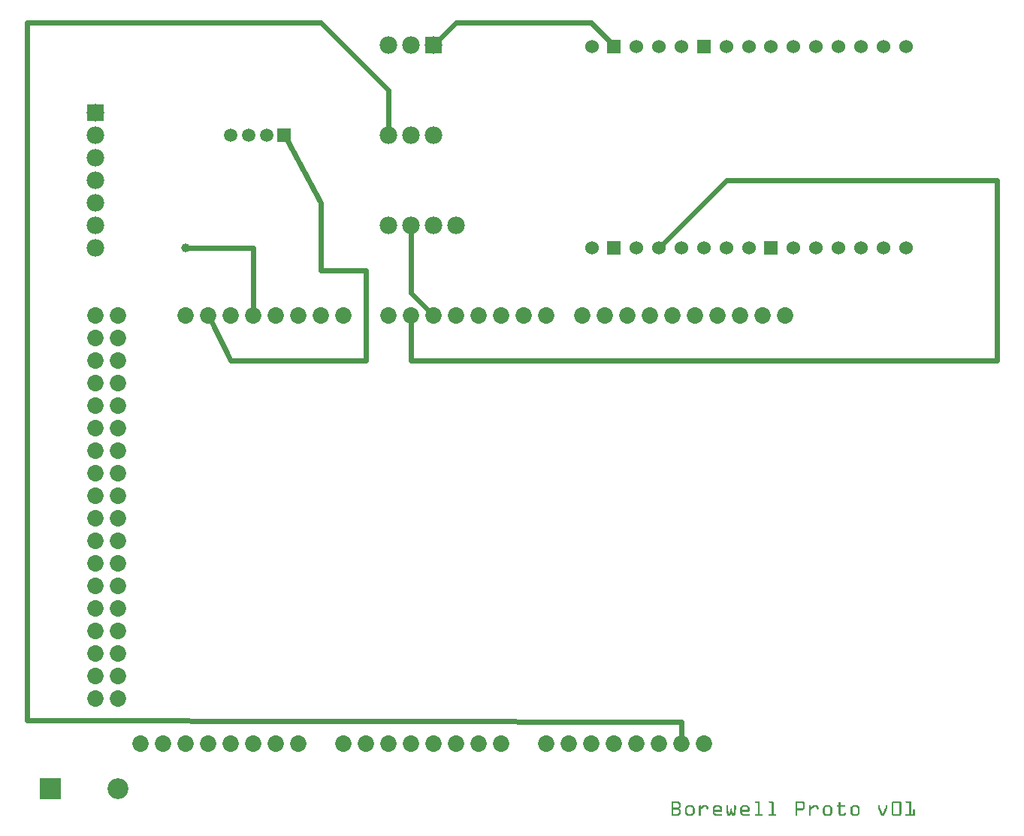
<source format=gtl>
G04 MADE WITH FRITZING*
G04 WWW.FRITZING.ORG*
G04 DOUBLE SIDED*
G04 HOLES PLATED*
G04 CONTOUR ON CENTER OF CONTOUR VECTOR*
%ASAXBY*%
%FSLAX23Y23*%
%MOIN*%
%OFA0B0*%
%SFA1.0B1.0*%
%ADD10C,0.059200*%
%ADD11C,0.060000*%
%ADD12C,0.078000*%
%ADD13C,0.072917*%
%ADD14C,0.092000*%
%ADD15C,0.039370*%
%ADD16R,0.059200X0.059200*%
%ADD17R,0.060028X0.060014*%
%ADD18R,0.060028X0.060000*%
%ADD19R,0.078000X0.078000*%
%ADD20R,0.092000X0.092000*%
%ADD21C,0.024000*%
%ADD22R,0.001000X0.001000*%
%LNCOPPER1*%
G90*
G70*
G54D10*
X1510Y3056D03*
X1274Y3056D03*
X1353Y3056D03*
X1432Y3056D03*
G54D11*
X2875Y3449D03*
X2974Y3449D03*
X3074Y3449D03*
X3174Y3449D03*
X3273Y3449D03*
X3373Y3449D03*
X3472Y3449D03*
X3572Y3449D03*
X3671Y3449D03*
X3771Y3449D03*
X3871Y3449D03*
X3970Y3449D03*
X4070Y3449D03*
X4169Y3449D03*
X4269Y3449D03*
X4269Y2556D03*
X4169Y2556D03*
X4070Y2556D03*
X3970Y2556D03*
X3871Y2556D03*
X3771Y2556D03*
X3671Y2556D03*
X3572Y2556D03*
X3472Y2556D03*
X3373Y2556D03*
X3273Y2556D03*
X3174Y2556D03*
X3074Y2556D03*
X2974Y2556D03*
X2875Y2556D03*
G54D12*
X2174Y3056D03*
X2074Y3056D03*
X1974Y3056D03*
G54D13*
X1474Y356D03*
X3074Y356D03*
X1374Y356D03*
X1274Y356D03*
X1174Y356D03*
X1074Y356D03*
X774Y1756D03*
X974Y356D03*
X874Y356D03*
X3034Y2256D03*
X2474Y356D03*
X2374Y356D03*
X2274Y356D03*
X2174Y356D03*
X774Y956D03*
X2074Y356D03*
X1974Y356D03*
X1874Y356D03*
X1774Y356D03*
X2274Y2256D03*
X774Y2156D03*
X774Y1356D03*
X774Y556D03*
X3434Y2256D03*
X2674Y356D03*
X2674Y2256D03*
X774Y1956D03*
X774Y1556D03*
X774Y1156D03*
X1074Y2256D03*
X774Y756D03*
X1174Y2256D03*
X1274Y2256D03*
X1374Y2256D03*
X1474Y2256D03*
X1574Y2256D03*
X1674Y2256D03*
X1774Y2256D03*
X3634Y2256D03*
X3234Y2256D03*
X2834Y2256D03*
X3274Y356D03*
X2874Y356D03*
X2074Y2256D03*
X2474Y2256D03*
X774Y2256D03*
X774Y2056D03*
X774Y1856D03*
X774Y1656D03*
X774Y1456D03*
X774Y1256D03*
X774Y1056D03*
X774Y856D03*
X774Y656D03*
X3734Y2256D03*
X3534Y2256D03*
X3334Y2256D03*
X3134Y2256D03*
X2934Y2256D03*
X3374Y356D03*
X3174Y356D03*
X2974Y356D03*
X2774Y356D03*
X1974Y2256D03*
X2174Y2256D03*
X2374Y2256D03*
X2574Y2256D03*
X674Y2256D03*
X674Y2156D03*
X674Y2056D03*
X674Y1956D03*
X674Y1856D03*
X674Y1756D03*
X674Y1656D03*
X674Y1556D03*
X674Y1456D03*
X674Y1356D03*
X674Y1256D03*
X674Y1156D03*
X674Y1056D03*
X674Y956D03*
X674Y856D03*
X674Y756D03*
X674Y656D03*
X674Y556D03*
X1574Y356D03*
X1474Y356D03*
X3074Y356D03*
X1374Y356D03*
X1274Y356D03*
X1174Y356D03*
X1074Y356D03*
X774Y1756D03*
X974Y356D03*
X874Y356D03*
X3034Y2256D03*
X2474Y356D03*
X2374Y356D03*
X2274Y356D03*
X2174Y356D03*
X774Y956D03*
X2074Y356D03*
X1974Y356D03*
X1874Y356D03*
X1774Y356D03*
X2274Y2256D03*
X774Y2156D03*
X774Y1356D03*
X774Y556D03*
X3434Y2256D03*
X2674Y356D03*
X2674Y2256D03*
X774Y1956D03*
X774Y1556D03*
X774Y1156D03*
X1074Y2256D03*
X774Y756D03*
X1174Y2256D03*
X1274Y2256D03*
X1374Y2256D03*
X1474Y2256D03*
X1574Y2256D03*
X1674Y2256D03*
X1774Y2256D03*
X3634Y2256D03*
X3234Y2256D03*
X2834Y2256D03*
X3274Y356D03*
X2874Y356D03*
X2074Y2256D03*
X2474Y2256D03*
X774Y2256D03*
X774Y2056D03*
X774Y1856D03*
X774Y1656D03*
X774Y1456D03*
X774Y1256D03*
X774Y1056D03*
X774Y856D03*
X774Y656D03*
X3734Y2256D03*
X3534Y2256D03*
X3334Y2256D03*
X3134Y2256D03*
X2934Y2256D03*
X3374Y356D03*
X3174Y356D03*
X2974Y356D03*
X2774Y356D03*
X1974Y2256D03*
X2174Y2256D03*
X2374Y2256D03*
X2574Y2256D03*
X674Y2256D03*
X674Y2156D03*
X674Y2056D03*
X674Y1956D03*
X674Y1856D03*
X674Y1756D03*
X674Y1656D03*
X674Y1556D03*
X674Y1456D03*
X674Y1356D03*
X674Y1256D03*
X674Y1156D03*
X674Y1056D03*
X674Y956D03*
X674Y856D03*
X674Y756D03*
X674Y656D03*
X674Y556D03*
X1574Y356D03*
G54D12*
X2274Y2656D03*
X2174Y2656D03*
X2074Y2656D03*
X1974Y2656D03*
X674Y3156D03*
X674Y3056D03*
X674Y2956D03*
X674Y2856D03*
X674Y2756D03*
X674Y2656D03*
X674Y2556D03*
X674Y3156D03*
X674Y3056D03*
X674Y2956D03*
X674Y2856D03*
X674Y2756D03*
X674Y2656D03*
X674Y2556D03*
G54D14*
X474Y156D03*
X774Y156D03*
X474Y156D03*
X774Y156D03*
G54D12*
X2174Y3456D03*
X2074Y3456D03*
X1974Y3456D03*
X2174Y3456D03*
X2074Y3456D03*
X1974Y3456D03*
G54D15*
X1074Y2556D03*
G54D16*
X1510Y3056D03*
G54D17*
X2974Y3449D03*
X3373Y3449D03*
G54D18*
X3671Y2556D03*
X2974Y2556D03*
G54D19*
X674Y3156D03*
X674Y3156D03*
G54D20*
X474Y156D03*
X474Y156D03*
G54D19*
X2174Y3456D03*
X2174Y3456D03*
G54D21*
X1082Y2556D02*
X1374Y2556D01*
D02*
X1374Y2556D02*
X1374Y2275D01*
D02*
X1874Y2456D02*
X1674Y2456D01*
D02*
X1674Y2456D02*
X1674Y2756D01*
D02*
X1874Y2056D02*
X1874Y2456D01*
D02*
X1674Y2756D02*
X1522Y3035D01*
D02*
X1274Y2056D02*
X1874Y2056D01*
D02*
X1183Y2238D02*
X1274Y2056D01*
D02*
X2274Y3556D02*
X2874Y3556D01*
D02*
X2874Y3556D02*
X2965Y3460D01*
D02*
X2188Y3469D02*
X2274Y3556D01*
D02*
X2074Y2356D02*
X2161Y2269D01*
D02*
X2074Y2637D02*
X2074Y2356D01*
D02*
X2074Y2056D02*
X4674Y2056D01*
D02*
X4674Y2056D02*
X4674Y2856D01*
D02*
X2074Y2236D02*
X2074Y2056D01*
D02*
X4674Y2856D02*
X3474Y2856D01*
D02*
X3474Y2856D02*
X3184Y2565D01*
D02*
X370Y459D02*
X3274Y452D01*
D02*
X3274Y452D02*
X3274Y375D01*
D02*
X370Y3556D02*
X370Y459D01*
D02*
X1674Y3556D02*
X370Y3556D01*
D02*
X1974Y3256D02*
X1674Y3556D01*
D02*
X1974Y3075D02*
X1974Y3256D01*
G54D22*
X3229Y100D02*
X3258Y100D01*
X3601Y100D02*
X3618Y100D01*
X3663Y100D02*
X3679Y100D01*
X3779Y100D02*
X3812Y100D01*
X4212Y100D02*
X4243Y100D01*
X4270Y100D02*
X4292Y100D01*
X3229Y99D02*
X3260Y99D01*
X3600Y99D02*
X3619Y99D01*
X3662Y99D02*
X3680Y99D01*
X3779Y99D02*
X3814Y99D01*
X4210Y99D02*
X4244Y99D01*
X4269Y99D02*
X4292Y99D01*
X3229Y98D02*
X3262Y98D01*
X3600Y98D02*
X3619Y98D01*
X3661Y98D02*
X3680Y98D01*
X3779Y98D02*
X3815Y98D01*
X4209Y98D02*
X4246Y98D01*
X4268Y98D02*
X4292Y98D01*
X3229Y97D02*
X3263Y97D01*
X3600Y97D02*
X3620Y97D01*
X3661Y97D02*
X3681Y97D01*
X3779Y97D02*
X3816Y97D01*
X3973Y97D02*
X3975Y97D01*
X4208Y97D02*
X4246Y97D01*
X4268Y97D02*
X4292Y97D01*
X3229Y96D02*
X3264Y96D01*
X3600Y96D02*
X3620Y96D01*
X3661Y96D02*
X3681Y96D01*
X3779Y96D02*
X3817Y96D01*
X3972Y96D02*
X3977Y96D01*
X4208Y96D02*
X4247Y96D01*
X4268Y96D02*
X4292Y96D01*
X3229Y95D02*
X3265Y95D01*
X3600Y95D02*
X3620Y95D01*
X3661Y95D02*
X3681Y95D01*
X3779Y95D02*
X3818Y95D01*
X3971Y95D02*
X3978Y95D01*
X4207Y95D02*
X4247Y95D01*
X4268Y95D02*
X4292Y95D01*
X3229Y94D02*
X3266Y94D01*
X3601Y94D02*
X3620Y94D01*
X3662Y94D02*
X3681Y94D01*
X3779Y94D02*
X3818Y94D01*
X3971Y94D02*
X3978Y94D01*
X4207Y94D02*
X4248Y94D01*
X4269Y94D02*
X4292Y94D01*
X3229Y93D02*
X3267Y93D01*
X3602Y93D02*
X3620Y93D01*
X3663Y93D02*
X3681Y93D01*
X3779Y93D02*
X3819Y93D01*
X3971Y93D02*
X3978Y93D01*
X4207Y93D02*
X4248Y93D01*
X4270Y93D02*
X4292Y93D01*
X3229Y92D02*
X3236Y92D01*
X3256Y92D02*
X3267Y92D01*
X3612Y92D02*
X3620Y92D01*
X3673Y92D02*
X3681Y92D01*
X3779Y92D02*
X3786Y92D01*
X3809Y92D02*
X3819Y92D01*
X3971Y92D02*
X3978Y92D01*
X4207Y92D02*
X4214Y92D01*
X4240Y92D02*
X4248Y92D01*
X4284Y92D02*
X4292Y92D01*
X3229Y91D02*
X3236Y91D01*
X3258Y91D02*
X3268Y91D01*
X3612Y91D02*
X3620Y91D01*
X3673Y91D02*
X3681Y91D01*
X3779Y91D02*
X3786Y91D01*
X3811Y91D02*
X3820Y91D01*
X3971Y91D02*
X3978Y91D01*
X4207Y91D02*
X4214Y91D01*
X4240Y91D02*
X4248Y91D01*
X4285Y91D02*
X4292Y91D01*
X3229Y90D02*
X3236Y90D01*
X3259Y90D02*
X3268Y90D01*
X3612Y90D02*
X3620Y90D01*
X3673Y90D02*
X3681Y90D01*
X3779Y90D02*
X3786Y90D01*
X3812Y90D02*
X3820Y90D01*
X3971Y90D02*
X3978Y90D01*
X4207Y90D02*
X4214Y90D01*
X4240Y90D02*
X4248Y90D01*
X4285Y90D02*
X4292Y90D01*
X3229Y89D02*
X3236Y89D01*
X3260Y89D02*
X3269Y89D01*
X3612Y89D02*
X3620Y89D01*
X3673Y89D02*
X3681Y89D01*
X3779Y89D02*
X3786Y89D01*
X3812Y89D02*
X3820Y89D01*
X3971Y89D02*
X3978Y89D01*
X4207Y89D02*
X4214Y89D01*
X4240Y89D02*
X4248Y89D01*
X4285Y89D02*
X4292Y89D01*
X3229Y88D02*
X3236Y88D01*
X3261Y88D02*
X3269Y88D01*
X3612Y88D02*
X3620Y88D01*
X3673Y88D02*
X3681Y88D01*
X3779Y88D02*
X3786Y88D01*
X3812Y88D02*
X3820Y88D01*
X3971Y88D02*
X3978Y88D01*
X4207Y88D02*
X4214Y88D01*
X4240Y88D02*
X4248Y88D01*
X4285Y88D02*
X4292Y88D01*
X3229Y87D02*
X3236Y87D01*
X3261Y87D02*
X3269Y87D01*
X3612Y87D02*
X3620Y87D01*
X3673Y87D02*
X3681Y87D01*
X3779Y87D02*
X3786Y87D01*
X3812Y87D02*
X3820Y87D01*
X3971Y87D02*
X3978Y87D01*
X4207Y87D02*
X4214Y87D01*
X4240Y87D02*
X4248Y87D01*
X4285Y87D02*
X4292Y87D01*
X3229Y86D02*
X3236Y86D01*
X3262Y86D02*
X3269Y86D01*
X3612Y86D02*
X3620Y86D01*
X3673Y86D02*
X3681Y86D01*
X3779Y86D02*
X3786Y86D01*
X3812Y86D02*
X3820Y86D01*
X3971Y86D02*
X3978Y86D01*
X4207Y86D02*
X4214Y86D01*
X4240Y86D02*
X4248Y86D01*
X4285Y86D02*
X4292Y86D01*
X3229Y85D02*
X3236Y85D01*
X3262Y85D02*
X3270Y85D01*
X3612Y85D02*
X3620Y85D01*
X3673Y85D02*
X3681Y85D01*
X3779Y85D02*
X3786Y85D01*
X3812Y85D02*
X3820Y85D01*
X3971Y85D02*
X3978Y85D01*
X4207Y85D02*
X4214Y85D01*
X4240Y85D02*
X4248Y85D01*
X4285Y85D02*
X4292Y85D01*
X3229Y84D02*
X3236Y84D01*
X3262Y84D02*
X3270Y84D01*
X3612Y84D02*
X3620Y84D01*
X3673Y84D02*
X3681Y84D01*
X3779Y84D02*
X3786Y84D01*
X3812Y84D02*
X3820Y84D01*
X3971Y84D02*
X3978Y84D01*
X4207Y84D02*
X4214Y84D01*
X4240Y84D02*
X4248Y84D01*
X4285Y84D02*
X4292Y84D01*
X3229Y83D02*
X3236Y83D01*
X3262Y83D02*
X3270Y83D01*
X3612Y83D02*
X3620Y83D01*
X3673Y83D02*
X3681Y83D01*
X3779Y83D02*
X3786Y83D01*
X3812Y83D02*
X3820Y83D01*
X3970Y83D02*
X3978Y83D01*
X4207Y83D02*
X4214Y83D01*
X4240Y83D02*
X4248Y83D01*
X4285Y83D02*
X4292Y83D01*
X3229Y82D02*
X3236Y82D01*
X3262Y82D02*
X3270Y82D01*
X3301Y82D02*
X3320Y82D01*
X3353Y82D02*
X3357Y82D01*
X3369Y82D02*
X3384Y82D01*
X3423Y82D02*
X3442Y82D01*
X3474Y82D02*
X3478Y82D01*
X3509Y82D02*
X3513Y82D01*
X3545Y82D02*
X3564Y82D01*
X3612Y82D02*
X3620Y82D01*
X3673Y82D02*
X3681Y82D01*
X3779Y82D02*
X3786Y82D01*
X3812Y82D02*
X3820Y82D01*
X3842Y82D02*
X3846Y82D01*
X3858Y82D02*
X3873Y82D01*
X3912Y82D02*
X3931Y82D01*
X3964Y82D02*
X3997Y82D01*
X4034Y82D02*
X4053Y82D01*
X4147Y82D02*
X4151Y82D01*
X4181Y82D02*
X4185Y82D01*
X4207Y82D02*
X4214Y82D01*
X4240Y82D02*
X4248Y82D01*
X4285Y82D02*
X4292Y82D01*
X3229Y81D02*
X3236Y81D01*
X3262Y81D02*
X3270Y81D01*
X3299Y81D02*
X3322Y81D01*
X3352Y81D02*
X3358Y81D01*
X3368Y81D02*
X3386Y81D01*
X3421Y81D02*
X3444Y81D01*
X3473Y81D02*
X3479Y81D01*
X3508Y81D02*
X3514Y81D01*
X3543Y81D02*
X3566Y81D01*
X3612Y81D02*
X3620Y81D01*
X3673Y81D02*
X3681Y81D01*
X3779Y81D02*
X3786Y81D01*
X3812Y81D02*
X3820Y81D01*
X3841Y81D02*
X3847Y81D01*
X3857Y81D02*
X3875Y81D01*
X3910Y81D02*
X3933Y81D01*
X3963Y81D02*
X3998Y81D01*
X4032Y81D02*
X4055Y81D01*
X4146Y81D02*
X4152Y81D01*
X4180Y81D02*
X4186Y81D01*
X4207Y81D02*
X4214Y81D01*
X4240Y81D02*
X4248Y81D01*
X4285Y81D02*
X4292Y81D01*
X3229Y80D02*
X3236Y80D01*
X3262Y80D02*
X3270Y80D01*
X3297Y80D02*
X3323Y80D01*
X3351Y80D02*
X3358Y80D01*
X3367Y80D02*
X3387Y80D01*
X3420Y80D02*
X3445Y80D01*
X3472Y80D02*
X3479Y80D01*
X3508Y80D02*
X3515Y80D01*
X3542Y80D02*
X3568Y80D01*
X3612Y80D02*
X3620Y80D01*
X3673Y80D02*
X3681Y80D01*
X3779Y80D02*
X3786Y80D01*
X3812Y80D02*
X3820Y80D01*
X3840Y80D02*
X3847Y80D01*
X3856Y80D02*
X3876Y80D01*
X3909Y80D02*
X3934Y80D01*
X3962Y80D02*
X3999Y80D01*
X4031Y80D02*
X4057Y80D01*
X4146Y80D02*
X4153Y80D01*
X4179Y80D02*
X4186Y80D01*
X4207Y80D02*
X4214Y80D01*
X4240Y80D02*
X4248Y80D01*
X4285Y80D02*
X4292Y80D01*
X3229Y79D02*
X3236Y79D01*
X3262Y79D02*
X3270Y79D01*
X3296Y79D02*
X3324Y79D01*
X3351Y79D02*
X3358Y79D01*
X3366Y79D02*
X3388Y79D01*
X3418Y79D02*
X3447Y79D01*
X3472Y79D02*
X3480Y79D01*
X3508Y79D02*
X3515Y79D01*
X3541Y79D02*
X3569Y79D01*
X3612Y79D02*
X3620Y79D01*
X3673Y79D02*
X3681Y79D01*
X3779Y79D02*
X3786Y79D01*
X3812Y79D02*
X3820Y79D01*
X3840Y79D02*
X3847Y79D01*
X3855Y79D02*
X3877Y79D01*
X3908Y79D02*
X3936Y79D01*
X3962Y79D02*
X3999Y79D01*
X4030Y79D02*
X4058Y79D01*
X4146Y79D02*
X4153Y79D01*
X4179Y79D02*
X4187Y79D01*
X4207Y79D02*
X4214Y79D01*
X4240Y79D02*
X4248Y79D01*
X4285Y79D02*
X4292Y79D01*
X3229Y78D02*
X3236Y78D01*
X3262Y78D02*
X3269Y78D01*
X3295Y78D02*
X3325Y78D01*
X3351Y78D02*
X3358Y78D01*
X3364Y78D02*
X3389Y78D01*
X3417Y78D02*
X3448Y78D01*
X3472Y78D02*
X3480Y78D01*
X3507Y78D02*
X3515Y78D01*
X3540Y78D02*
X3570Y78D01*
X3612Y78D02*
X3620Y78D01*
X3673Y78D02*
X3681Y78D01*
X3779Y78D02*
X3786Y78D01*
X3812Y78D02*
X3820Y78D01*
X3840Y78D02*
X3847Y78D01*
X3854Y78D02*
X3878Y78D01*
X3906Y78D02*
X3937Y78D01*
X3962Y78D02*
X3999Y78D01*
X4029Y78D02*
X4059Y78D01*
X4146Y78D02*
X4153Y78D01*
X4179Y78D02*
X4187Y78D01*
X4207Y78D02*
X4214Y78D01*
X4240Y78D02*
X4248Y78D01*
X4285Y78D02*
X4292Y78D01*
X3229Y77D02*
X3236Y77D01*
X3261Y77D02*
X3269Y77D01*
X3294Y77D02*
X3327Y77D01*
X3351Y77D02*
X3358Y77D01*
X3363Y77D02*
X3390Y77D01*
X3416Y77D02*
X3449Y77D01*
X3472Y77D02*
X3480Y77D01*
X3507Y77D02*
X3515Y77D01*
X3538Y77D02*
X3571Y77D01*
X3612Y77D02*
X3620Y77D01*
X3673Y77D02*
X3681Y77D01*
X3779Y77D02*
X3786Y77D01*
X3812Y77D02*
X3820Y77D01*
X3840Y77D02*
X3847Y77D01*
X3852Y77D02*
X3879Y77D01*
X3905Y77D02*
X3938Y77D01*
X3963Y77D02*
X3999Y77D01*
X4027Y77D02*
X4060Y77D01*
X4146Y77D02*
X4153Y77D01*
X4179Y77D02*
X4187Y77D01*
X4207Y77D02*
X4214Y77D01*
X4240Y77D02*
X4248Y77D01*
X4285Y77D02*
X4292Y77D01*
X3229Y76D02*
X3236Y76D01*
X3261Y76D02*
X3269Y76D01*
X3293Y76D02*
X3328Y76D01*
X3351Y76D02*
X3358Y76D01*
X3362Y76D02*
X3390Y76D01*
X3415Y76D02*
X3450Y76D01*
X3472Y76D02*
X3480Y76D01*
X3507Y76D02*
X3515Y76D01*
X3537Y76D02*
X3572Y76D01*
X3612Y76D02*
X3620Y76D01*
X3673Y76D02*
X3681Y76D01*
X3779Y76D02*
X3786Y76D01*
X3812Y76D02*
X3820Y76D01*
X3840Y76D02*
X3847Y76D01*
X3851Y76D02*
X3880Y76D01*
X3904Y76D02*
X3939Y76D01*
X3963Y76D02*
X3998Y76D01*
X4027Y76D02*
X4061Y76D01*
X4146Y76D02*
X4153Y76D01*
X4179Y76D02*
X4187Y76D01*
X4207Y76D02*
X4214Y76D01*
X4240Y76D02*
X4248Y76D01*
X4285Y76D02*
X4292Y76D01*
X3229Y75D02*
X3236Y75D01*
X3260Y75D02*
X3269Y75D01*
X3292Y75D02*
X3328Y75D01*
X3351Y75D02*
X3358Y75D01*
X3361Y75D02*
X3391Y75D01*
X3414Y75D02*
X3451Y75D01*
X3472Y75D02*
X3480Y75D01*
X3507Y75D02*
X3515Y75D01*
X3537Y75D02*
X3573Y75D01*
X3612Y75D02*
X3620Y75D01*
X3673Y75D02*
X3681Y75D01*
X3779Y75D02*
X3786Y75D01*
X3812Y75D02*
X3820Y75D01*
X3840Y75D02*
X3847Y75D01*
X3850Y75D02*
X3880Y75D01*
X3904Y75D02*
X3940Y75D01*
X3964Y75D02*
X3997Y75D01*
X4026Y75D02*
X4062Y75D01*
X4146Y75D02*
X4153Y75D01*
X4179Y75D02*
X4187Y75D01*
X4207Y75D02*
X4214Y75D01*
X4240Y75D02*
X4248Y75D01*
X4285Y75D02*
X4292Y75D01*
X3229Y74D02*
X3236Y74D01*
X3259Y74D02*
X3268Y74D01*
X3292Y74D02*
X3303Y74D01*
X3318Y74D02*
X3329Y74D01*
X3351Y74D02*
X3372Y74D01*
X3382Y74D02*
X3391Y74D01*
X3414Y74D02*
X3425Y74D01*
X3440Y74D02*
X3451Y74D01*
X3472Y74D02*
X3480Y74D01*
X3507Y74D02*
X3515Y74D01*
X3536Y74D02*
X3547Y74D01*
X3562Y74D02*
X3574Y74D01*
X3612Y74D02*
X3620Y74D01*
X3673Y74D02*
X3681Y74D01*
X3779Y74D02*
X3786Y74D01*
X3812Y74D02*
X3820Y74D01*
X3840Y74D02*
X3861Y74D01*
X3871Y74D02*
X3880Y74D01*
X3903Y74D02*
X3914Y74D01*
X3929Y74D02*
X3940Y74D01*
X3970Y74D02*
X3978Y74D01*
X4025Y74D02*
X4036Y74D01*
X4051Y74D02*
X4063Y74D01*
X4146Y74D02*
X4153Y74D01*
X4179Y74D02*
X4187Y74D01*
X4207Y74D02*
X4214Y74D01*
X4240Y74D02*
X4248Y74D01*
X4285Y74D02*
X4292Y74D01*
X3229Y73D02*
X3236Y73D01*
X3257Y73D02*
X3268Y73D01*
X3291Y73D02*
X3301Y73D01*
X3319Y73D02*
X3330Y73D01*
X3351Y73D02*
X3371Y73D01*
X3383Y73D02*
X3392Y73D01*
X3413Y73D02*
X3423Y73D01*
X3442Y73D02*
X3452Y73D01*
X3472Y73D02*
X3480Y73D01*
X3507Y73D02*
X3515Y73D01*
X3536Y73D02*
X3546Y73D01*
X3564Y73D02*
X3574Y73D01*
X3612Y73D02*
X3620Y73D01*
X3673Y73D02*
X3681Y73D01*
X3779Y73D02*
X3786Y73D01*
X3812Y73D02*
X3820Y73D01*
X3840Y73D02*
X3860Y73D01*
X3872Y73D02*
X3881Y73D01*
X3902Y73D02*
X3913Y73D01*
X3931Y73D02*
X3941Y73D01*
X3971Y73D02*
X3978Y73D01*
X4025Y73D02*
X4035Y73D01*
X4053Y73D02*
X4063Y73D01*
X4146Y73D02*
X4153Y73D01*
X4179Y73D02*
X4187Y73D01*
X4207Y73D02*
X4214Y73D01*
X4240Y73D02*
X4248Y73D01*
X4285Y73D02*
X4292Y73D01*
X3229Y72D02*
X3267Y72D01*
X3291Y72D02*
X3300Y72D01*
X3321Y72D02*
X3330Y72D01*
X3351Y72D02*
X3370Y72D01*
X3384Y72D02*
X3392Y72D01*
X3413Y72D02*
X3422Y72D01*
X3443Y72D02*
X3452Y72D01*
X3472Y72D02*
X3480Y72D01*
X3507Y72D02*
X3515Y72D01*
X3535Y72D02*
X3545Y72D01*
X3565Y72D02*
X3575Y72D01*
X3612Y72D02*
X3620Y72D01*
X3673Y72D02*
X3681Y72D01*
X3779Y72D02*
X3786Y72D01*
X3812Y72D02*
X3820Y72D01*
X3840Y72D02*
X3859Y72D01*
X3873Y72D02*
X3881Y72D01*
X3902Y72D02*
X3911Y72D01*
X3932Y72D02*
X3941Y72D01*
X3971Y72D02*
X3978Y72D01*
X4024Y72D02*
X4034Y72D01*
X4054Y72D02*
X4064Y72D01*
X4146Y72D02*
X4153Y72D01*
X4179Y72D02*
X4187Y72D01*
X4207Y72D02*
X4214Y72D01*
X4240Y72D02*
X4248Y72D01*
X4285Y72D02*
X4292Y72D01*
X3229Y71D02*
X3267Y71D01*
X3290Y71D02*
X3299Y71D01*
X3322Y71D02*
X3330Y71D01*
X3351Y71D02*
X3368Y71D01*
X3384Y71D02*
X3392Y71D01*
X3413Y71D02*
X3421Y71D01*
X3444Y71D02*
X3453Y71D01*
X3472Y71D02*
X3480Y71D01*
X3507Y71D02*
X3515Y71D01*
X3535Y71D02*
X3543Y71D01*
X3566Y71D02*
X3575Y71D01*
X3612Y71D02*
X3620Y71D01*
X3673Y71D02*
X3681Y71D01*
X3779Y71D02*
X3786Y71D01*
X3812Y71D02*
X3820Y71D01*
X3840Y71D02*
X3858Y71D01*
X3873Y71D02*
X3881Y71D01*
X3902Y71D02*
X3910Y71D01*
X3933Y71D02*
X3942Y71D01*
X3971Y71D02*
X3978Y71D01*
X4024Y71D02*
X4033Y71D01*
X4055Y71D02*
X4064Y71D01*
X4146Y71D02*
X4154Y71D01*
X4179Y71D02*
X4187Y71D01*
X4207Y71D02*
X4214Y71D01*
X4240Y71D02*
X4248Y71D01*
X4285Y71D02*
X4292Y71D01*
X3229Y70D02*
X3266Y70D01*
X3290Y70D02*
X3298Y70D01*
X3322Y70D02*
X3331Y70D01*
X3351Y70D02*
X3367Y70D01*
X3384Y70D02*
X3392Y70D01*
X3412Y70D02*
X3420Y70D01*
X3445Y70D02*
X3453Y70D01*
X3472Y70D02*
X3480Y70D01*
X3507Y70D02*
X3515Y70D01*
X3535Y70D02*
X3543Y70D01*
X3567Y70D02*
X3575Y70D01*
X3612Y70D02*
X3620Y70D01*
X3673Y70D02*
X3681Y70D01*
X3779Y70D02*
X3786Y70D01*
X3811Y70D02*
X3820Y70D01*
X3840Y70D02*
X3856Y70D01*
X3873Y70D02*
X3881Y70D01*
X3901Y70D02*
X3909Y70D01*
X3934Y70D02*
X3942Y70D01*
X3971Y70D02*
X3978Y70D01*
X4024Y70D02*
X4032Y70D01*
X4056Y70D02*
X4064Y70D01*
X4146Y70D02*
X4154Y70D01*
X4178Y70D02*
X4186Y70D01*
X4207Y70D02*
X4214Y70D01*
X4240Y70D02*
X4248Y70D01*
X4285Y70D02*
X4292Y70D01*
X3229Y69D02*
X3265Y69D01*
X3290Y69D02*
X3298Y69D01*
X3323Y69D02*
X3331Y69D01*
X3351Y69D02*
X3366Y69D01*
X3384Y69D02*
X3392Y69D01*
X3412Y69D02*
X3420Y69D01*
X3445Y69D02*
X3453Y69D01*
X3472Y69D02*
X3480Y69D01*
X3507Y69D02*
X3515Y69D01*
X3534Y69D02*
X3542Y69D01*
X3568Y69D02*
X3575Y69D01*
X3612Y69D02*
X3620Y69D01*
X3673Y69D02*
X3681Y69D01*
X3779Y69D02*
X3786Y69D01*
X3810Y69D02*
X3819Y69D01*
X3840Y69D02*
X3855Y69D01*
X3873Y69D02*
X3881Y69D01*
X3901Y69D02*
X3909Y69D01*
X3934Y69D02*
X3942Y69D01*
X3971Y69D02*
X3978Y69D01*
X4023Y69D02*
X4031Y69D01*
X4057Y69D02*
X4064Y69D01*
X4146Y69D02*
X4155Y69D01*
X4178Y69D02*
X4186Y69D01*
X4207Y69D02*
X4214Y69D01*
X4240Y69D02*
X4248Y69D01*
X4285Y69D02*
X4292Y69D01*
X3229Y68D02*
X3264Y68D01*
X3290Y68D02*
X3297Y68D01*
X3323Y68D02*
X3331Y68D01*
X3351Y68D02*
X3365Y68D01*
X3384Y68D02*
X3392Y68D01*
X3412Y68D02*
X3420Y68D01*
X3445Y68D02*
X3453Y68D01*
X3473Y68D02*
X3480Y68D01*
X3492Y68D02*
X3495Y68D01*
X3507Y68D02*
X3515Y68D01*
X3534Y68D02*
X3542Y68D01*
X3568Y68D02*
X3575Y68D01*
X3612Y68D02*
X3620Y68D01*
X3673Y68D02*
X3681Y68D01*
X3779Y68D02*
X3819Y68D01*
X3840Y68D02*
X3854Y68D01*
X3873Y68D02*
X3881Y68D01*
X3901Y68D02*
X3909Y68D01*
X3935Y68D02*
X3942Y68D01*
X3971Y68D02*
X3978Y68D01*
X4023Y68D02*
X4031Y68D01*
X4057Y68D02*
X4064Y68D01*
X4147Y68D02*
X4155Y68D01*
X4177Y68D02*
X4186Y68D01*
X4207Y68D02*
X4214Y68D01*
X4240Y68D02*
X4248Y68D01*
X4285Y68D02*
X4292Y68D01*
X3229Y67D02*
X3265Y67D01*
X3290Y67D02*
X3297Y67D01*
X3323Y67D02*
X3331Y67D01*
X3351Y67D02*
X3364Y67D01*
X3385Y67D02*
X3392Y67D01*
X3412Y67D02*
X3420Y67D01*
X3446Y67D02*
X3453Y67D01*
X3473Y67D02*
X3480Y67D01*
X3491Y67D02*
X3496Y67D01*
X3507Y67D02*
X3515Y67D01*
X3534Y67D02*
X3542Y67D01*
X3568Y67D02*
X3575Y67D01*
X3612Y67D02*
X3620Y67D01*
X3673Y67D02*
X3681Y67D01*
X3779Y67D02*
X3818Y67D01*
X3840Y67D02*
X3853Y67D01*
X3874Y67D02*
X3881Y67D01*
X3901Y67D02*
X3909Y67D01*
X3935Y67D02*
X3942Y67D01*
X3971Y67D02*
X3978Y67D01*
X4023Y67D02*
X4031Y67D01*
X4057Y67D02*
X4064Y67D01*
X4147Y67D02*
X4155Y67D01*
X4177Y67D02*
X4185Y67D01*
X4207Y67D02*
X4214Y67D01*
X4240Y67D02*
X4248Y67D01*
X4285Y67D02*
X4292Y67D01*
X3229Y66D02*
X3266Y66D01*
X3290Y66D02*
X3297Y66D01*
X3323Y66D02*
X3331Y66D01*
X3351Y66D02*
X3363Y66D01*
X3385Y66D02*
X3391Y66D01*
X3412Y66D02*
X3420Y66D01*
X3446Y66D02*
X3453Y66D01*
X3473Y66D02*
X3480Y66D01*
X3490Y66D02*
X3497Y66D01*
X3507Y66D02*
X3515Y66D01*
X3534Y66D02*
X3542Y66D01*
X3568Y66D02*
X3575Y66D01*
X3612Y66D02*
X3620Y66D01*
X3673Y66D02*
X3681Y66D01*
X3779Y66D02*
X3818Y66D01*
X3840Y66D02*
X3852Y66D01*
X3874Y66D02*
X3881Y66D01*
X3901Y66D02*
X3909Y66D01*
X3935Y66D02*
X3942Y66D01*
X3971Y66D02*
X3978Y66D01*
X4023Y66D02*
X4031Y66D01*
X4057Y66D02*
X4064Y66D01*
X4148Y66D02*
X4156Y66D01*
X4176Y66D02*
X4185Y66D01*
X4207Y66D02*
X4214Y66D01*
X4240Y66D02*
X4248Y66D01*
X4285Y66D02*
X4292Y66D01*
X3229Y65D02*
X3266Y65D01*
X3290Y65D02*
X3297Y65D01*
X3323Y65D02*
X3331Y65D01*
X3351Y65D02*
X3362Y65D01*
X3386Y65D02*
X3391Y65D01*
X3412Y65D02*
X3420Y65D01*
X3446Y65D02*
X3453Y65D01*
X3473Y65D02*
X3480Y65D01*
X3490Y65D02*
X3497Y65D01*
X3507Y65D02*
X3515Y65D01*
X3534Y65D02*
X3542Y65D01*
X3568Y65D02*
X3575Y65D01*
X3612Y65D02*
X3620Y65D01*
X3673Y65D02*
X3681Y65D01*
X3779Y65D02*
X3817Y65D01*
X3840Y65D02*
X3851Y65D01*
X3875Y65D02*
X3880Y65D01*
X3901Y65D02*
X3909Y65D01*
X3935Y65D02*
X3942Y65D01*
X3971Y65D02*
X3978Y65D01*
X4023Y65D02*
X4031Y65D01*
X4057Y65D02*
X4064Y65D01*
X4148Y65D02*
X4156Y65D01*
X4176Y65D02*
X4184Y65D01*
X4207Y65D02*
X4214Y65D01*
X4240Y65D02*
X4248Y65D01*
X4285Y65D02*
X4292Y65D01*
X3229Y64D02*
X3267Y64D01*
X3290Y64D02*
X3297Y64D01*
X3323Y64D02*
X3331Y64D01*
X3351Y64D02*
X3360Y64D01*
X3387Y64D02*
X3389Y64D01*
X3412Y64D02*
X3420Y64D01*
X3446Y64D02*
X3453Y64D01*
X3473Y64D02*
X3480Y64D01*
X3490Y64D02*
X3497Y64D01*
X3507Y64D02*
X3515Y64D01*
X3534Y64D02*
X3542Y64D01*
X3568Y64D02*
X3575Y64D01*
X3612Y64D02*
X3620Y64D01*
X3673Y64D02*
X3681Y64D01*
X3779Y64D02*
X3816Y64D01*
X3840Y64D02*
X3849Y64D01*
X3876Y64D02*
X3878Y64D01*
X3901Y64D02*
X3909Y64D01*
X3935Y64D02*
X3942Y64D01*
X3971Y64D02*
X3978Y64D01*
X4023Y64D02*
X4031Y64D01*
X4057Y64D02*
X4064Y64D01*
X4148Y64D02*
X4157Y64D01*
X4175Y64D02*
X4184Y64D01*
X4207Y64D02*
X4214Y64D01*
X4240Y64D02*
X4248Y64D01*
X4285Y64D02*
X4292Y64D01*
X4303Y64D02*
X4307Y64D01*
X3229Y63D02*
X3236Y63D01*
X3257Y63D02*
X3268Y63D01*
X3290Y63D02*
X3297Y63D01*
X3323Y63D02*
X3331Y63D01*
X3351Y63D02*
X3359Y63D01*
X3412Y63D02*
X3420Y63D01*
X3446Y63D02*
X3453Y63D01*
X3473Y63D02*
X3480Y63D01*
X3490Y63D02*
X3497Y63D01*
X3507Y63D02*
X3515Y63D01*
X3534Y63D02*
X3542Y63D01*
X3568Y63D02*
X3575Y63D01*
X3612Y63D02*
X3620Y63D01*
X3673Y63D02*
X3681Y63D01*
X3779Y63D02*
X3815Y63D01*
X3840Y63D02*
X3848Y63D01*
X3901Y63D02*
X3909Y63D01*
X3935Y63D02*
X3942Y63D01*
X3971Y63D02*
X3978Y63D01*
X4023Y63D02*
X4031Y63D01*
X4057Y63D02*
X4064Y63D01*
X4149Y63D02*
X4157Y63D01*
X4175Y63D02*
X4183Y63D01*
X4207Y63D02*
X4214Y63D01*
X4240Y63D02*
X4248Y63D01*
X4285Y63D02*
X4292Y63D01*
X4302Y63D02*
X4308Y63D01*
X3229Y62D02*
X3236Y62D01*
X3259Y62D02*
X3268Y62D01*
X3290Y62D02*
X3297Y62D01*
X3323Y62D02*
X3331Y62D01*
X3351Y62D02*
X3358Y62D01*
X3412Y62D02*
X3420Y62D01*
X3446Y62D02*
X3453Y62D01*
X3473Y62D02*
X3480Y62D01*
X3490Y62D02*
X3497Y62D01*
X3507Y62D02*
X3514Y62D01*
X3534Y62D02*
X3542Y62D01*
X3568Y62D02*
X3575Y62D01*
X3612Y62D02*
X3620Y62D01*
X3673Y62D02*
X3681Y62D01*
X3779Y62D02*
X3814Y62D01*
X3840Y62D02*
X3847Y62D01*
X3901Y62D02*
X3909Y62D01*
X3935Y62D02*
X3942Y62D01*
X3971Y62D02*
X3978Y62D01*
X4023Y62D02*
X4031Y62D01*
X4057Y62D02*
X4064Y62D01*
X4149Y62D02*
X4158Y62D01*
X4175Y62D02*
X4183Y62D01*
X4207Y62D02*
X4214Y62D01*
X4240Y62D02*
X4248Y62D01*
X4285Y62D02*
X4292Y62D01*
X4302Y62D02*
X4309Y62D01*
X3229Y61D02*
X3236Y61D01*
X3260Y61D02*
X3269Y61D01*
X3290Y61D02*
X3297Y61D01*
X3323Y61D02*
X3331Y61D01*
X3351Y61D02*
X3358Y61D01*
X3412Y61D02*
X3453Y61D01*
X3473Y61D02*
X3480Y61D01*
X3490Y61D02*
X3497Y61D01*
X3507Y61D02*
X3514Y61D01*
X3534Y61D02*
X3575Y61D01*
X3612Y61D02*
X3620Y61D01*
X3673Y61D02*
X3681Y61D01*
X3779Y61D02*
X3812Y61D01*
X3840Y61D02*
X3847Y61D01*
X3901Y61D02*
X3909Y61D01*
X3935Y61D02*
X3942Y61D01*
X3971Y61D02*
X3978Y61D01*
X4023Y61D02*
X4031Y61D01*
X4057Y61D02*
X4064Y61D01*
X4150Y61D02*
X4158Y61D01*
X4174Y61D02*
X4182Y61D01*
X4207Y61D02*
X4214Y61D01*
X4240Y61D02*
X4248Y61D01*
X4285Y61D02*
X4292Y61D01*
X4301Y61D02*
X4309Y61D01*
X3229Y60D02*
X3236Y60D01*
X3261Y60D02*
X3269Y60D01*
X3290Y60D02*
X3297Y60D01*
X3323Y60D02*
X3331Y60D01*
X3351Y60D02*
X3358Y60D01*
X3412Y60D02*
X3453Y60D01*
X3473Y60D02*
X3480Y60D01*
X3490Y60D02*
X3497Y60D01*
X3507Y60D02*
X3514Y60D01*
X3534Y60D02*
X3575Y60D01*
X3612Y60D02*
X3620Y60D01*
X3673Y60D02*
X3681Y60D01*
X3779Y60D02*
X3787Y60D01*
X3840Y60D02*
X3847Y60D01*
X3901Y60D02*
X3909Y60D01*
X3935Y60D02*
X3942Y60D01*
X3971Y60D02*
X3978Y60D01*
X4023Y60D02*
X4031Y60D01*
X4057Y60D02*
X4064Y60D01*
X4150Y60D02*
X4158Y60D01*
X4174Y60D02*
X4182Y60D01*
X4207Y60D02*
X4214Y60D01*
X4240Y60D02*
X4248Y60D01*
X4285Y60D02*
X4292Y60D01*
X4301Y60D02*
X4309Y60D01*
X3229Y59D02*
X3236Y59D01*
X3261Y59D02*
X3269Y59D01*
X3290Y59D02*
X3297Y59D01*
X3323Y59D02*
X3331Y59D01*
X3351Y59D02*
X3358Y59D01*
X3412Y59D02*
X3453Y59D01*
X3473Y59D02*
X3480Y59D01*
X3490Y59D02*
X3497Y59D01*
X3507Y59D02*
X3514Y59D01*
X3534Y59D02*
X3575Y59D01*
X3612Y59D02*
X3620Y59D01*
X3673Y59D02*
X3681Y59D01*
X3779Y59D02*
X3786Y59D01*
X3840Y59D02*
X3847Y59D01*
X3901Y59D02*
X3909Y59D01*
X3935Y59D02*
X3942Y59D01*
X3971Y59D02*
X3978Y59D01*
X4023Y59D02*
X4031Y59D01*
X4057Y59D02*
X4064Y59D01*
X4151Y59D02*
X4159Y59D01*
X4173Y59D02*
X4182Y59D01*
X4207Y59D02*
X4214Y59D01*
X4240Y59D02*
X4248Y59D01*
X4285Y59D02*
X4292Y59D01*
X4301Y59D02*
X4309Y59D01*
X3229Y58D02*
X3236Y58D01*
X3262Y58D02*
X3269Y58D01*
X3290Y58D02*
X3297Y58D01*
X3323Y58D02*
X3331Y58D01*
X3351Y58D02*
X3358Y58D01*
X3412Y58D02*
X3453Y58D01*
X3473Y58D02*
X3480Y58D01*
X3490Y58D02*
X3497Y58D01*
X3507Y58D02*
X3514Y58D01*
X3534Y58D02*
X3575Y58D01*
X3612Y58D02*
X3620Y58D01*
X3673Y58D02*
X3681Y58D01*
X3779Y58D02*
X3786Y58D01*
X3840Y58D02*
X3847Y58D01*
X3901Y58D02*
X3909Y58D01*
X3935Y58D02*
X3942Y58D01*
X3971Y58D02*
X3978Y58D01*
X4023Y58D02*
X4031Y58D01*
X4057Y58D02*
X4064Y58D01*
X4151Y58D02*
X4159Y58D01*
X4173Y58D02*
X4181Y58D01*
X4207Y58D02*
X4214Y58D01*
X4240Y58D02*
X4248Y58D01*
X4285Y58D02*
X4292Y58D01*
X4301Y58D02*
X4309Y58D01*
X3229Y57D02*
X3236Y57D01*
X3262Y57D02*
X3269Y57D01*
X3290Y57D02*
X3297Y57D01*
X3323Y57D02*
X3331Y57D01*
X3351Y57D02*
X3358Y57D01*
X3412Y57D02*
X3453Y57D01*
X3473Y57D02*
X3480Y57D01*
X3490Y57D02*
X3497Y57D01*
X3507Y57D02*
X3514Y57D01*
X3534Y57D02*
X3575Y57D01*
X3612Y57D02*
X3620Y57D01*
X3673Y57D02*
X3681Y57D01*
X3779Y57D02*
X3786Y57D01*
X3840Y57D02*
X3847Y57D01*
X3901Y57D02*
X3909Y57D01*
X3935Y57D02*
X3942Y57D01*
X3971Y57D02*
X3978Y57D01*
X4023Y57D02*
X4031Y57D01*
X4057Y57D02*
X4064Y57D01*
X4151Y57D02*
X4160Y57D01*
X4172Y57D02*
X4181Y57D01*
X4207Y57D02*
X4214Y57D01*
X4240Y57D02*
X4248Y57D01*
X4285Y57D02*
X4292Y57D01*
X4301Y57D02*
X4309Y57D01*
X3229Y56D02*
X3236Y56D01*
X3262Y56D02*
X3270Y56D01*
X3290Y56D02*
X3297Y56D01*
X3323Y56D02*
X3331Y56D01*
X3351Y56D02*
X3358Y56D01*
X3412Y56D02*
X3453Y56D01*
X3473Y56D02*
X3481Y56D01*
X3490Y56D02*
X3497Y56D01*
X3507Y56D02*
X3514Y56D01*
X3534Y56D02*
X3575Y56D01*
X3612Y56D02*
X3620Y56D01*
X3673Y56D02*
X3681Y56D01*
X3779Y56D02*
X3786Y56D01*
X3840Y56D02*
X3847Y56D01*
X3901Y56D02*
X3909Y56D01*
X3935Y56D02*
X3942Y56D01*
X3971Y56D02*
X3978Y56D01*
X4023Y56D02*
X4031Y56D01*
X4057Y56D02*
X4064Y56D01*
X4152Y56D02*
X4160Y56D01*
X4172Y56D02*
X4180Y56D01*
X4207Y56D02*
X4214Y56D01*
X4240Y56D02*
X4248Y56D01*
X4285Y56D02*
X4292Y56D01*
X4301Y56D02*
X4309Y56D01*
X3229Y55D02*
X3236Y55D01*
X3262Y55D02*
X3270Y55D01*
X3290Y55D02*
X3297Y55D01*
X3323Y55D02*
X3331Y55D01*
X3351Y55D02*
X3358Y55D01*
X3412Y55D02*
X3452Y55D01*
X3473Y55D02*
X3481Y55D01*
X3490Y55D02*
X3497Y55D01*
X3507Y55D02*
X3514Y55D01*
X3534Y55D02*
X3575Y55D01*
X3612Y55D02*
X3620Y55D01*
X3673Y55D02*
X3681Y55D01*
X3779Y55D02*
X3786Y55D01*
X3840Y55D02*
X3847Y55D01*
X3901Y55D02*
X3909Y55D01*
X3935Y55D02*
X3942Y55D01*
X3971Y55D02*
X3978Y55D01*
X4023Y55D02*
X4031Y55D01*
X4057Y55D02*
X4064Y55D01*
X4152Y55D02*
X4161Y55D01*
X4172Y55D02*
X4180Y55D01*
X4207Y55D02*
X4214Y55D01*
X4240Y55D02*
X4248Y55D01*
X4285Y55D02*
X4292Y55D01*
X4301Y55D02*
X4309Y55D01*
X3229Y54D02*
X3236Y54D01*
X3262Y54D02*
X3270Y54D01*
X3290Y54D02*
X3297Y54D01*
X3323Y54D02*
X3331Y54D01*
X3351Y54D02*
X3358Y54D01*
X3412Y54D02*
X3452Y54D01*
X3473Y54D02*
X3481Y54D01*
X3489Y54D02*
X3498Y54D01*
X3507Y54D02*
X3514Y54D01*
X3534Y54D02*
X3574Y54D01*
X3612Y54D02*
X3620Y54D01*
X3673Y54D02*
X3681Y54D01*
X3779Y54D02*
X3786Y54D01*
X3840Y54D02*
X3847Y54D01*
X3901Y54D02*
X3909Y54D01*
X3935Y54D02*
X3942Y54D01*
X3971Y54D02*
X3978Y54D01*
X4023Y54D02*
X4031Y54D01*
X4057Y54D02*
X4064Y54D01*
X4153Y54D02*
X4161Y54D01*
X4171Y54D02*
X4179Y54D01*
X4207Y54D02*
X4214Y54D01*
X4240Y54D02*
X4248Y54D01*
X4285Y54D02*
X4292Y54D01*
X4301Y54D02*
X4309Y54D01*
X3229Y53D02*
X3236Y53D01*
X3262Y53D02*
X3270Y53D01*
X3290Y53D02*
X3297Y53D01*
X3323Y53D02*
X3331Y53D01*
X3351Y53D02*
X3358Y53D01*
X3412Y53D02*
X3450Y53D01*
X3473Y53D02*
X3481Y53D01*
X3489Y53D02*
X3498Y53D01*
X3506Y53D02*
X3514Y53D01*
X3534Y53D02*
X3572Y53D01*
X3612Y53D02*
X3620Y53D01*
X3673Y53D02*
X3681Y53D01*
X3779Y53D02*
X3786Y53D01*
X3840Y53D02*
X3847Y53D01*
X3901Y53D02*
X3909Y53D01*
X3935Y53D02*
X3942Y53D01*
X3971Y53D02*
X3978Y53D01*
X4023Y53D02*
X4031Y53D01*
X4057Y53D02*
X4064Y53D01*
X4153Y53D02*
X4162Y53D01*
X4171Y53D02*
X4179Y53D01*
X4207Y53D02*
X4214Y53D01*
X4240Y53D02*
X4248Y53D01*
X4285Y53D02*
X4292Y53D01*
X4301Y53D02*
X4309Y53D01*
X3229Y52D02*
X3236Y52D01*
X3262Y52D02*
X3270Y52D01*
X3290Y52D02*
X3297Y52D01*
X3323Y52D02*
X3331Y52D01*
X3351Y52D02*
X3358Y52D01*
X3412Y52D02*
X3420Y52D01*
X3473Y52D02*
X3481Y52D01*
X3488Y52D02*
X3499Y52D01*
X3506Y52D02*
X3514Y52D01*
X3534Y52D02*
X3542Y52D01*
X3612Y52D02*
X3620Y52D01*
X3673Y52D02*
X3681Y52D01*
X3779Y52D02*
X3786Y52D01*
X3840Y52D02*
X3847Y52D01*
X3901Y52D02*
X3909Y52D01*
X3935Y52D02*
X3942Y52D01*
X3971Y52D02*
X3978Y52D01*
X4023Y52D02*
X4031Y52D01*
X4057Y52D02*
X4064Y52D01*
X4154Y52D02*
X4162Y52D01*
X4170Y52D02*
X4179Y52D01*
X4207Y52D02*
X4214Y52D01*
X4240Y52D02*
X4248Y52D01*
X4285Y52D02*
X4292Y52D01*
X4301Y52D02*
X4309Y52D01*
X3229Y51D02*
X3236Y51D01*
X3262Y51D02*
X3270Y51D01*
X3290Y51D02*
X3297Y51D01*
X3323Y51D02*
X3331Y51D01*
X3351Y51D02*
X3358Y51D01*
X3412Y51D02*
X3420Y51D01*
X3474Y51D02*
X3482Y51D01*
X3488Y51D02*
X3500Y51D01*
X3506Y51D02*
X3514Y51D01*
X3534Y51D02*
X3542Y51D01*
X3612Y51D02*
X3620Y51D01*
X3673Y51D02*
X3681Y51D01*
X3779Y51D02*
X3786Y51D01*
X3840Y51D02*
X3847Y51D01*
X3901Y51D02*
X3909Y51D01*
X3935Y51D02*
X3942Y51D01*
X3971Y51D02*
X3978Y51D01*
X4023Y51D02*
X4031Y51D01*
X4057Y51D02*
X4064Y51D01*
X4154Y51D02*
X4162Y51D01*
X4170Y51D02*
X4178Y51D01*
X4207Y51D02*
X4214Y51D01*
X4240Y51D02*
X4248Y51D01*
X4285Y51D02*
X4292Y51D01*
X4301Y51D02*
X4309Y51D01*
X3229Y50D02*
X3236Y50D01*
X3262Y50D02*
X3269Y50D01*
X3290Y50D02*
X3297Y50D01*
X3323Y50D02*
X3331Y50D01*
X3351Y50D02*
X3358Y50D01*
X3412Y50D02*
X3420Y50D01*
X3474Y50D02*
X3482Y50D01*
X3487Y50D02*
X3500Y50D01*
X3505Y50D02*
X3513Y50D01*
X3534Y50D02*
X3542Y50D01*
X3612Y50D02*
X3620Y50D01*
X3673Y50D02*
X3681Y50D01*
X3779Y50D02*
X3786Y50D01*
X3840Y50D02*
X3847Y50D01*
X3901Y50D02*
X3909Y50D01*
X3935Y50D02*
X3942Y50D01*
X3971Y50D02*
X3978Y50D01*
X3998Y50D02*
X4001Y50D01*
X4023Y50D02*
X4031Y50D01*
X4057Y50D02*
X4064Y50D01*
X4155Y50D02*
X4163Y50D01*
X4169Y50D02*
X4178Y50D01*
X4207Y50D02*
X4214Y50D01*
X4240Y50D02*
X4248Y50D01*
X4285Y50D02*
X4292Y50D01*
X4301Y50D02*
X4309Y50D01*
X3229Y49D02*
X3236Y49D01*
X3262Y49D02*
X3269Y49D01*
X3290Y49D02*
X3297Y49D01*
X3323Y49D02*
X3331Y49D01*
X3351Y49D02*
X3358Y49D01*
X3412Y49D02*
X3420Y49D01*
X3474Y49D02*
X3482Y49D01*
X3487Y49D02*
X3501Y49D01*
X3505Y49D02*
X3513Y49D01*
X3534Y49D02*
X3542Y49D01*
X3612Y49D02*
X3620Y49D01*
X3673Y49D02*
X3681Y49D01*
X3779Y49D02*
X3786Y49D01*
X3840Y49D02*
X3847Y49D01*
X3901Y49D02*
X3909Y49D01*
X3934Y49D02*
X3942Y49D01*
X3971Y49D02*
X3978Y49D01*
X3997Y49D02*
X4002Y49D01*
X4023Y49D02*
X4031Y49D01*
X4057Y49D02*
X4064Y49D01*
X4155Y49D02*
X4163Y49D01*
X4169Y49D02*
X4177Y49D01*
X4207Y49D02*
X4214Y49D01*
X4240Y49D02*
X4248Y49D01*
X4285Y49D02*
X4292Y49D01*
X4301Y49D02*
X4309Y49D01*
X3229Y48D02*
X3236Y48D01*
X3261Y48D02*
X3269Y48D01*
X3290Y48D02*
X3298Y48D01*
X3323Y48D02*
X3331Y48D01*
X3351Y48D02*
X3358Y48D01*
X3412Y48D02*
X3420Y48D01*
X3475Y48D02*
X3482Y48D01*
X3486Y48D02*
X3501Y48D01*
X3505Y48D02*
X3513Y48D01*
X3534Y48D02*
X3542Y48D01*
X3612Y48D02*
X3620Y48D01*
X3673Y48D02*
X3681Y48D01*
X3779Y48D02*
X3786Y48D01*
X3840Y48D02*
X3847Y48D01*
X3901Y48D02*
X3909Y48D01*
X3934Y48D02*
X3942Y48D01*
X3971Y48D02*
X3978Y48D01*
X3996Y48D02*
X4003Y48D01*
X4024Y48D02*
X4032Y48D01*
X4056Y48D02*
X4064Y48D01*
X4155Y48D02*
X4164Y48D01*
X4168Y48D02*
X4177Y48D01*
X4207Y48D02*
X4214Y48D01*
X4240Y48D02*
X4248Y48D01*
X4285Y48D02*
X4292Y48D01*
X4301Y48D02*
X4309Y48D01*
X3229Y47D02*
X3236Y47D01*
X3260Y47D02*
X3269Y47D01*
X3290Y47D02*
X3299Y47D01*
X3322Y47D02*
X3330Y47D01*
X3351Y47D02*
X3358Y47D01*
X3412Y47D02*
X3421Y47D01*
X3475Y47D02*
X3483Y47D01*
X3485Y47D02*
X3502Y47D01*
X3505Y47D02*
X3513Y47D01*
X3535Y47D02*
X3543Y47D01*
X3612Y47D02*
X3620Y47D01*
X3673Y47D02*
X3681Y47D01*
X3779Y47D02*
X3786Y47D01*
X3840Y47D02*
X3847Y47D01*
X3901Y47D02*
X3910Y47D01*
X3933Y47D02*
X3942Y47D01*
X3971Y47D02*
X3978Y47D01*
X3996Y47D02*
X4003Y47D01*
X4024Y47D02*
X4032Y47D01*
X4055Y47D02*
X4064Y47D01*
X4156Y47D02*
X4164Y47D01*
X4168Y47D02*
X4176Y47D01*
X4207Y47D02*
X4214Y47D01*
X4240Y47D02*
X4248Y47D01*
X4285Y47D02*
X4292Y47D01*
X4301Y47D02*
X4309Y47D01*
X3229Y46D02*
X3236Y46D01*
X3260Y46D02*
X3269Y46D01*
X3290Y46D02*
X3300Y46D01*
X3321Y46D02*
X3330Y46D01*
X3351Y46D02*
X3358Y46D01*
X3413Y46D02*
X3422Y46D01*
X3475Y46D02*
X3483Y46D01*
X3485Y46D02*
X3502Y46D01*
X3504Y46D02*
X3512Y46D01*
X3535Y46D02*
X3544Y46D01*
X3612Y46D02*
X3620Y46D01*
X3673Y46D02*
X3681Y46D01*
X3779Y46D02*
X3786Y46D01*
X3840Y46D02*
X3847Y46D01*
X3902Y46D02*
X3911Y46D01*
X3932Y46D02*
X3941Y46D01*
X3971Y46D02*
X3978Y46D01*
X3995Y46D02*
X4003Y46D01*
X4024Y46D02*
X4033Y46D01*
X4054Y46D02*
X4064Y46D01*
X4156Y46D02*
X4165Y46D01*
X4168Y46D02*
X4176Y46D01*
X4207Y46D02*
X4214Y46D01*
X4240Y46D02*
X4248Y46D01*
X4285Y46D02*
X4292Y46D01*
X4301Y46D02*
X4309Y46D01*
X3229Y45D02*
X3236Y45D01*
X3258Y45D02*
X3268Y45D01*
X3291Y45D02*
X3301Y45D01*
X3319Y45D02*
X3330Y45D01*
X3351Y45D02*
X3358Y45D01*
X3413Y45D02*
X3423Y45D01*
X3475Y45D02*
X3512Y45D01*
X3535Y45D02*
X3546Y45D01*
X3612Y45D02*
X3620Y45D01*
X3673Y45D02*
X3681Y45D01*
X3779Y45D02*
X3786Y45D01*
X3840Y45D02*
X3847Y45D01*
X3902Y45D02*
X3912Y45D01*
X3931Y45D02*
X3941Y45D01*
X3971Y45D02*
X3979Y45D01*
X3995Y45D02*
X4003Y45D01*
X4024Y45D02*
X4035Y45D01*
X4053Y45D02*
X4063Y45D01*
X4157Y45D02*
X4165Y45D01*
X4167Y45D02*
X4175Y45D01*
X4207Y45D02*
X4214Y45D01*
X4240Y45D02*
X4248Y45D01*
X4285Y45D02*
X4292Y45D01*
X4301Y45D02*
X4309Y45D01*
X3229Y44D02*
X3236Y44D01*
X3256Y44D02*
X3268Y44D01*
X3291Y44D02*
X3303Y44D01*
X3318Y44D02*
X3329Y44D01*
X3351Y44D02*
X3358Y44D01*
X3414Y44D02*
X3425Y44D01*
X3476Y44D02*
X3493Y44D01*
X3495Y44D02*
X3512Y44D01*
X3536Y44D02*
X3547Y44D01*
X3612Y44D02*
X3620Y44D01*
X3673Y44D02*
X3681Y44D01*
X3779Y44D02*
X3786Y44D01*
X3840Y44D02*
X3847Y44D01*
X3903Y44D02*
X3914Y44D01*
X3929Y44D02*
X3940Y44D01*
X3971Y44D02*
X3980Y44D01*
X3993Y44D02*
X4003Y44D01*
X4025Y44D02*
X4036Y44D01*
X4052Y44D02*
X4063Y44D01*
X4157Y44D02*
X4175Y44D01*
X4207Y44D02*
X4214Y44D01*
X4240Y44D02*
X4248Y44D01*
X4285Y44D02*
X4292Y44D01*
X4301Y44D02*
X4309Y44D01*
X3229Y43D02*
X3267Y43D01*
X3292Y43D02*
X3328Y43D01*
X3351Y43D02*
X3358Y43D01*
X3414Y43D02*
X3451Y43D01*
X3476Y43D02*
X3492Y43D01*
X3495Y43D02*
X3511Y43D01*
X3536Y43D02*
X3573Y43D01*
X3602Y43D02*
X3630Y43D01*
X3663Y43D02*
X3691Y43D01*
X3779Y43D02*
X3786Y43D01*
X3840Y43D02*
X3847Y43D01*
X3903Y43D02*
X3940Y43D01*
X3971Y43D02*
X4002Y43D01*
X4025Y43D02*
X4062Y43D01*
X4158Y43D02*
X4175Y43D01*
X4207Y43D02*
X4248Y43D01*
X4270Y43D02*
X4309Y43D01*
X3229Y42D02*
X3266Y42D01*
X3293Y42D02*
X3328Y42D01*
X3351Y42D02*
X3358Y42D01*
X3415Y42D02*
X3452Y42D01*
X3476Y42D02*
X3491Y42D01*
X3496Y42D02*
X3511Y42D01*
X3537Y42D02*
X3574Y42D01*
X3601Y42D02*
X3631Y42D01*
X3662Y42D02*
X3692Y42D01*
X3779Y42D02*
X3786Y42D01*
X3840Y42D02*
X3847Y42D01*
X3904Y42D02*
X3939Y42D01*
X3972Y42D02*
X4002Y42D01*
X4026Y42D02*
X4061Y42D01*
X4158Y42D02*
X4174Y42D01*
X4207Y42D02*
X4248Y42D01*
X4269Y42D02*
X4309Y42D01*
X3229Y41D02*
X3265Y41D01*
X3294Y41D02*
X3327Y41D01*
X3351Y41D02*
X3358Y41D01*
X3416Y41D02*
X3453Y41D01*
X3477Y41D02*
X3491Y41D01*
X3496Y41D02*
X3511Y41D01*
X3538Y41D02*
X3575Y41D01*
X3600Y41D02*
X3632Y41D01*
X3661Y41D02*
X3693Y41D01*
X3779Y41D02*
X3786Y41D01*
X3840Y41D02*
X3847Y41D01*
X3905Y41D02*
X3938Y41D01*
X3972Y41D02*
X4001Y41D01*
X4027Y41D02*
X4060Y41D01*
X4158Y41D02*
X4174Y41D01*
X4207Y41D02*
X4247Y41D01*
X4268Y41D02*
X4309Y41D01*
X3229Y40D02*
X3265Y40D01*
X3295Y40D02*
X3326Y40D01*
X3351Y40D02*
X3358Y40D01*
X3417Y40D02*
X3453Y40D01*
X3477Y40D02*
X3490Y40D01*
X3497Y40D02*
X3510Y40D01*
X3539Y40D02*
X3575Y40D01*
X3600Y40D02*
X3632Y40D01*
X3661Y40D02*
X3693Y40D01*
X3779Y40D02*
X3786Y40D01*
X3840Y40D02*
X3847Y40D01*
X3906Y40D02*
X3937Y40D01*
X3973Y40D02*
X4001Y40D01*
X4028Y40D02*
X4059Y40D01*
X4159Y40D02*
X4173Y40D01*
X4207Y40D02*
X4247Y40D01*
X4268Y40D02*
X4309Y40D01*
X3229Y39D02*
X3263Y39D01*
X3296Y39D02*
X3324Y39D01*
X3351Y39D02*
X3358Y39D01*
X3418Y39D02*
X3453Y39D01*
X3477Y39D02*
X3490Y39D01*
X3498Y39D02*
X3510Y39D01*
X3540Y39D02*
X3575Y39D01*
X3600Y39D02*
X3632Y39D01*
X3661Y39D02*
X3693Y39D01*
X3779Y39D02*
X3786Y39D01*
X3840Y39D02*
X3847Y39D01*
X3907Y39D02*
X3936Y39D01*
X3974Y39D02*
X4000Y39D01*
X4030Y39D02*
X4058Y39D01*
X4159Y39D02*
X4173Y39D01*
X4208Y39D02*
X4246Y39D01*
X4268Y39D02*
X4309Y39D01*
X3229Y38D02*
X3262Y38D01*
X3297Y38D02*
X3323Y38D01*
X3351Y38D02*
X3358Y38D01*
X3419Y38D02*
X3453Y38D01*
X3477Y38D02*
X3489Y38D01*
X3498Y38D02*
X3510Y38D01*
X3542Y38D02*
X3575Y38D01*
X3600Y38D02*
X3632Y38D01*
X3661Y38D02*
X3693Y38D01*
X3779Y38D02*
X3786Y38D01*
X3840Y38D02*
X3847Y38D01*
X3908Y38D02*
X3935Y38D01*
X3975Y38D02*
X3999Y38D01*
X4031Y38D02*
X4057Y38D01*
X4160Y38D02*
X4172Y38D01*
X4209Y38D02*
X4246Y38D01*
X4268Y38D02*
X4309Y38D01*
X3229Y37D02*
X3261Y37D01*
X3299Y37D02*
X3322Y37D01*
X3352Y37D02*
X3358Y37D01*
X3421Y37D02*
X3452Y37D01*
X3478Y37D02*
X3488Y37D01*
X3499Y37D02*
X3509Y37D01*
X3543Y37D02*
X3575Y37D01*
X3600Y37D02*
X3632Y37D01*
X3661Y37D02*
X3693Y37D01*
X3779Y37D02*
X3786Y37D01*
X3841Y37D02*
X3847Y37D01*
X3910Y37D02*
X3933Y37D01*
X3976Y37D02*
X3997Y37D01*
X4032Y37D02*
X4056Y37D01*
X4160Y37D02*
X4172Y37D01*
X4210Y37D02*
X4245Y37D01*
X4269Y37D02*
X4308Y37D01*
X3229Y36D02*
X3259Y36D01*
X3300Y36D02*
X3320Y36D01*
X3352Y36D02*
X3357Y36D01*
X3423Y36D02*
X3452Y36D01*
X3479Y36D02*
X3488Y36D01*
X3500Y36D02*
X3508Y36D01*
X3545Y36D02*
X3574Y36D01*
X3601Y36D02*
X3631Y36D01*
X3662Y36D02*
X3692Y36D01*
X3780Y36D02*
X3785Y36D01*
X3841Y36D02*
X3846Y36D01*
X3912Y36D02*
X3931Y36D01*
X3978Y36D02*
X3996Y36D01*
X4034Y36D02*
X4054Y36D01*
X4161Y36D02*
X4171Y36D01*
X4211Y36D02*
X4243Y36D01*
X4269Y36D02*
X4307Y36D01*
X3229Y35D02*
X3254Y35D01*
X3305Y35D02*
X3316Y35D01*
X3355Y35D02*
X3355Y35D01*
X3426Y35D02*
X3449Y35D01*
X3481Y35D02*
X3486Y35D01*
X3502Y35D02*
X3506Y35D01*
X3548Y35D02*
X3572Y35D01*
X3603Y35D02*
X3628Y35D01*
X3664Y35D02*
X3690Y35D01*
X3782Y35D02*
X3783Y35D01*
X3844Y35D02*
X3844Y35D01*
X3916Y35D02*
X3928Y35D01*
X3982Y35D02*
X3992Y35D01*
X4038Y35D02*
X4050Y35D01*
X4163Y35D02*
X4169Y35D01*
X4214Y35D02*
X4240Y35D01*
X4272Y35D02*
X4305Y35D01*
D02*
G04 End of Copper1*
M02*
</source>
